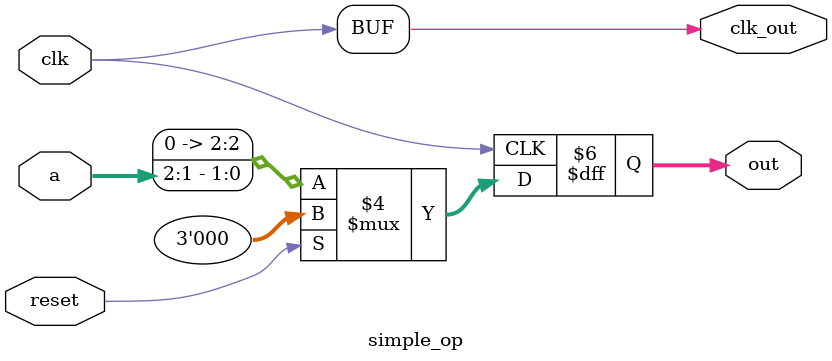
<source format=v>
module simple_op(
    clk,
    reset,
    a,
    out,
    clk_out
    );

    input   clk;
    input   reset;
    input   [2:0] a;

    output  [2:0]out;
    output  clk_out;

    assign clk_out = clk;

    always @(posedge clk)
    begin
        case(reset)
            0:          out <= a >> 1;
            default:    out <= 0;
        endcase
    end
endmodule

</source>
